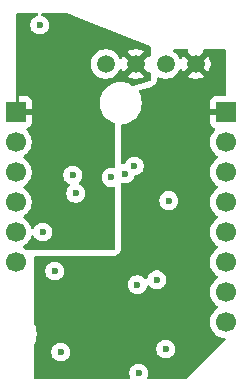
<source format=gbr>
%TF.GenerationSoftware,KiCad,Pcbnew,9.0.3*%
%TF.CreationDate,2025-12-07T20:29:12-06:00*%
%TF.ProjectId,IsolatedADSBoard,49736f6c-6174-4656-9441-4453426f6172,rev?*%
%TF.SameCoordinates,Original*%
%TF.FileFunction,Copper,L3,Inr*%
%TF.FilePolarity,Positive*%
%FSLAX46Y46*%
G04 Gerber Fmt 4.6, Leading zero omitted, Abs format (unit mm)*
G04 Created by KiCad (PCBNEW 9.0.3) date 2025-12-07 20:29:12*
%MOMM*%
%LPD*%
G01*
G04 APERTURE LIST*
%TA.AperFunction,ComponentPad*%
%ADD10C,1.500000*%
%TD*%
%TA.AperFunction,ComponentPad*%
%ADD11R,1.700000X1.700000*%
%TD*%
%TA.AperFunction,ComponentPad*%
%ADD12C,1.700000*%
%TD*%
%TA.AperFunction,ViaPad*%
%ADD13C,0.600000*%
%TD*%
G04 APERTURE END LIST*
D10*
%TO.N,GND*%
%TO.C,U14*%
X134620000Y-48006000D03*
%TO.N,VDD*%
X137160000Y-48006000D03*
%TO.N,Gnd-iso*%
X139700000Y-48006000D03*
%TO.N,5V-iso*%
X142240000Y-48006000D03*
%TD*%
D11*
%TO.N,5V-iso*%
%TO.C,J2*%
X144780000Y-52070000D03*
D12*
%TO.N,Gnd-iso*%
X144780000Y-54610000D03*
%TO.N,/Signal2-ISO*%
X144780000Y-57150000D03*
%TO.N,/Signal1-ISO*%
X144780000Y-59690000D03*
%TO.N,/AIN3*%
X144780000Y-62230000D03*
%TO.N,/AIN2*%
X144780000Y-64770000D03*
%TO.N,/AIN1*%
X144780000Y-67310000D03*
%TO.N,/AIN0*%
X144780000Y-69850000D03*
%TD*%
D11*
%TO.N,VDD*%
%TO.C,J1*%
X127000000Y-52070000D03*
D12*
%TO.N,GND*%
X127000000Y-54610000D03*
%TO.N,SDA*%
X127000000Y-57150000D03*
%TO.N,SCL*%
X127000000Y-59690000D03*
%TO.N,/Signal2-MCU*%
X127000000Y-62230000D03*
%TO.N,/Signal1-MCU*%
X127000000Y-64770000D03*
%TD*%
D13*
%TO.N,Gnd-iso*%
X130810000Y-72390000D03*
X130302000Y-65532000D03*
X139700000Y-72136000D03*
X139954000Y-59563000D03*
X137414000Y-74168000D03*
%TO.N,5V-iso*%
X137922000Y-69850000D03*
X134112000Y-65532000D03*
X140716000Y-61976000D03*
X139954000Y-55753000D03*
%TO.N,GND*%
X129032000Y-44704000D03*
X132080000Y-58949500D03*
X129286000Y-62230000D03*
%TO.N,VDD*%
X133604000Y-60706000D03*
X131931500Y-55753000D03*
X129032000Y-45720000D03*
%TO.N,SCL-5V*%
X136271000Y-57277000D03*
X137299550Y-66687550D03*
%TO.N,SDA-5V*%
X137037000Y-56642000D03*
X138938000Y-66282000D03*
%TO.N,SDA*%
X131826000Y-57404000D03*
%TO.N,SCL*%
X135076499Y-57606499D03*
%TD*%
%TA.AperFunction,Conductor*%
%TO.N,5V-iso*%
G36*
X144723039Y-46755685D02*
G01*
X144768794Y-46808489D01*
X144780000Y-46860000D01*
X144780000Y-50596000D01*
X144760315Y-50663039D01*
X144707511Y-50708794D01*
X144656000Y-50720000D01*
X143882155Y-50720000D01*
X143822627Y-50726401D01*
X143822620Y-50726403D01*
X143687913Y-50776645D01*
X143687906Y-50776649D01*
X143572812Y-50862809D01*
X143572809Y-50862812D01*
X143486649Y-50977906D01*
X143486645Y-50977913D01*
X143436403Y-51112620D01*
X143436401Y-51112627D01*
X143430000Y-51172155D01*
X143430000Y-51820000D01*
X144346988Y-51820000D01*
X144314075Y-51877007D01*
X144280000Y-52004174D01*
X144280000Y-52135826D01*
X144314075Y-52262993D01*
X144346988Y-52320000D01*
X143430000Y-52320000D01*
X143430000Y-52967844D01*
X143436401Y-53027372D01*
X143436403Y-53027379D01*
X143486645Y-53162086D01*
X143486649Y-53162093D01*
X143572809Y-53277187D01*
X143572812Y-53277190D01*
X143687906Y-53363350D01*
X143687913Y-53363354D01*
X143819470Y-53412422D01*
X143875404Y-53454293D01*
X143899821Y-53519758D01*
X143884969Y-53588031D01*
X143863819Y-53616285D01*
X143749889Y-53730215D01*
X143624951Y-53902179D01*
X143528444Y-54091585D01*
X143462753Y-54293760D01*
X143429500Y-54503713D01*
X143429500Y-54716286D01*
X143462753Y-54926239D01*
X143528444Y-55128414D01*
X143624951Y-55317820D01*
X143749890Y-55489786D01*
X143900213Y-55640109D01*
X144072182Y-55765050D01*
X144080946Y-55769516D01*
X144131742Y-55817491D01*
X144148536Y-55885312D01*
X144125998Y-55951447D01*
X144080946Y-55990484D01*
X144072182Y-55994949D01*
X143900213Y-56119890D01*
X143749890Y-56270213D01*
X143624951Y-56442179D01*
X143528444Y-56631585D01*
X143462753Y-56833760D01*
X143429500Y-57043713D01*
X143429500Y-57256286D01*
X143454120Y-57411735D01*
X143462754Y-57466243D01*
X143524470Y-57656185D01*
X143528444Y-57668414D01*
X143624951Y-57857820D01*
X143749890Y-58029786D01*
X143900213Y-58180109D01*
X144072182Y-58305050D01*
X144080946Y-58309516D01*
X144131742Y-58357491D01*
X144148536Y-58425312D01*
X144125998Y-58491447D01*
X144080946Y-58530484D01*
X144072182Y-58534949D01*
X143900213Y-58659890D01*
X143749890Y-58810213D01*
X143624951Y-58982179D01*
X143528444Y-59171585D01*
X143462756Y-59373751D01*
X143462753Y-59373759D01*
X143445268Y-59484158D01*
X143429500Y-59583713D01*
X143429500Y-59796287D01*
X143462754Y-60006243D01*
X143520767Y-60184789D01*
X143528444Y-60208414D01*
X143624951Y-60397820D01*
X143749890Y-60569786D01*
X143900213Y-60720109D01*
X144072182Y-60845050D01*
X144080946Y-60849516D01*
X144131742Y-60897491D01*
X144148536Y-60965312D01*
X144125998Y-61031447D01*
X144080946Y-61070484D01*
X144072182Y-61074949D01*
X143900213Y-61199890D01*
X143749890Y-61350213D01*
X143624951Y-61522179D01*
X143528444Y-61711585D01*
X143462753Y-61913760D01*
X143429500Y-62123713D01*
X143429500Y-62336286D01*
X143462753Y-62546239D01*
X143528444Y-62748414D01*
X143624951Y-62937820D01*
X143749890Y-63109786D01*
X143900213Y-63260109D01*
X144072182Y-63385050D01*
X144080946Y-63389516D01*
X144131742Y-63437491D01*
X144148536Y-63505312D01*
X144125998Y-63571447D01*
X144080946Y-63610484D01*
X144072182Y-63614949D01*
X143900213Y-63739890D01*
X143749890Y-63890213D01*
X143624951Y-64062179D01*
X143528444Y-64251585D01*
X143462753Y-64453760D01*
X143429500Y-64663713D01*
X143429500Y-64876287D01*
X143462754Y-65086243D01*
X143484384Y-65152814D01*
X143528444Y-65288414D01*
X143624951Y-65477820D01*
X143749890Y-65649786D01*
X143900213Y-65800109D01*
X144072182Y-65925050D01*
X144080946Y-65929516D01*
X144131742Y-65977491D01*
X144148536Y-66045312D01*
X144125998Y-66111447D01*
X144080946Y-66150484D01*
X144072182Y-66154949D01*
X143900213Y-66279890D01*
X143749890Y-66430213D01*
X143624951Y-66602179D01*
X143528444Y-66791585D01*
X143462753Y-66993760D01*
X143448698Y-67082500D01*
X143429500Y-67203713D01*
X143429500Y-67416287D01*
X143435994Y-67457287D01*
X143462753Y-67626239D01*
X143528444Y-67828414D01*
X143624951Y-68017820D01*
X143749890Y-68189786D01*
X143900213Y-68340109D01*
X144072182Y-68465050D01*
X144080946Y-68469516D01*
X144131742Y-68517491D01*
X144148536Y-68585312D01*
X144125998Y-68651447D01*
X144080946Y-68690484D01*
X144072182Y-68694949D01*
X143900213Y-68819890D01*
X143749890Y-68970213D01*
X143624951Y-69142179D01*
X143528444Y-69331585D01*
X143462753Y-69533760D01*
X143429500Y-69743713D01*
X143429500Y-69956286D01*
X143456955Y-70129634D01*
X143462754Y-70166243D01*
X143496846Y-70271168D01*
X143528444Y-70368414D01*
X143624951Y-70557820D01*
X143749890Y-70729786D01*
X143900213Y-70880109D01*
X144072179Y-71005048D01*
X144072181Y-71005049D01*
X144072184Y-71005051D01*
X144261588Y-71101557D01*
X144463757Y-71167246D01*
X144673713Y-71200500D01*
X144673716Y-71200500D01*
X144674878Y-71200684D01*
X144738012Y-71230613D01*
X144774944Y-71289924D01*
X144773946Y-71359787D01*
X144743161Y-71410838D01*
X141506819Y-74647181D01*
X141445496Y-74680666D01*
X141419138Y-74683500D01*
X138252507Y-74683500D01*
X138185468Y-74663815D01*
X138139713Y-74611011D01*
X138129769Y-74541853D01*
X138137946Y-74512048D01*
X138183735Y-74401501D01*
X138183737Y-74401497D01*
X138214500Y-74246842D01*
X138214500Y-74089158D01*
X138214500Y-74089155D01*
X138214499Y-74089153D01*
X138183738Y-73934510D01*
X138183737Y-73934503D01*
X138130889Y-73806915D01*
X138123397Y-73788827D01*
X138123390Y-73788814D01*
X138035789Y-73657711D01*
X138035786Y-73657707D01*
X137924292Y-73546213D01*
X137924288Y-73546210D01*
X137793185Y-73458609D01*
X137793172Y-73458602D01*
X137647501Y-73398264D01*
X137647489Y-73398261D01*
X137492845Y-73367500D01*
X137492842Y-73367500D01*
X137335158Y-73367500D01*
X137335155Y-73367500D01*
X137180510Y-73398261D01*
X137180498Y-73398264D01*
X137034827Y-73458602D01*
X137034814Y-73458609D01*
X136903711Y-73546210D01*
X136903707Y-73546213D01*
X136792213Y-73657707D01*
X136792210Y-73657711D01*
X136704609Y-73788814D01*
X136704602Y-73788827D01*
X136644264Y-73934498D01*
X136644261Y-73934510D01*
X136613500Y-74089153D01*
X136613500Y-74246846D01*
X136644261Y-74401489D01*
X136644264Y-74401501D01*
X136690054Y-74512048D01*
X136697523Y-74581517D01*
X136666248Y-74643996D01*
X136606159Y-74679648D01*
X136575493Y-74683500D01*
X128648000Y-74683500D01*
X128580961Y-74663815D01*
X128535206Y-74611011D01*
X128524000Y-74559500D01*
X128524000Y-72311153D01*
X130009500Y-72311153D01*
X130009500Y-72468846D01*
X130040261Y-72623489D01*
X130040264Y-72623501D01*
X130100602Y-72769172D01*
X130100609Y-72769185D01*
X130188210Y-72900288D01*
X130188213Y-72900292D01*
X130299707Y-73011786D01*
X130299711Y-73011789D01*
X130430814Y-73099390D01*
X130430827Y-73099397D01*
X130576498Y-73159735D01*
X130576503Y-73159737D01*
X130698481Y-73184000D01*
X130731153Y-73190499D01*
X130731156Y-73190500D01*
X130731158Y-73190500D01*
X130888844Y-73190500D01*
X130888845Y-73190499D01*
X131043497Y-73159737D01*
X131189179Y-73099394D01*
X131320289Y-73011789D01*
X131431789Y-72900289D01*
X131519394Y-72769179D01*
X131579737Y-72623497D01*
X131610500Y-72468842D01*
X131610500Y-72311158D01*
X131610500Y-72311155D01*
X131610499Y-72311153D01*
X131579738Y-72156510D01*
X131579737Y-72156503D01*
X131538585Y-72057153D01*
X138899500Y-72057153D01*
X138899500Y-72214846D01*
X138930261Y-72369489D01*
X138930264Y-72369501D01*
X138990602Y-72515172D01*
X138990609Y-72515185D01*
X139078210Y-72646288D01*
X139078213Y-72646292D01*
X139189707Y-72757786D01*
X139189711Y-72757789D01*
X139320814Y-72845390D01*
X139320827Y-72845397D01*
X139466498Y-72905735D01*
X139466503Y-72905737D01*
X139621153Y-72936499D01*
X139621156Y-72936500D01*
X139621158Y-72936500D01*
X139778844Y-72936500D01*
X139778845Y-72936499D01*
X139933497Y-72905737D01*
X140079179Y-72845394D01*
X140210289Y-72757789D01*
X140321789Y-72646289D01*
X140409394Y-72515179D01*
X140469737Y-72369497D01*
X140500500Y-72214842D01*
X140500500Y-72057158D01*
X140500500Y-72057155D01*
X140500499Y-72057153D01*
X140491283Y-72010821D01*
X140469737Y-71902503D01*
X140414112Y-71768211D01*
X140409397Y-71756827D01*
X140409390Y-71756814D01*
X140321789Y-71625711D01*
X140321786Y-71625707D01*
X140210292Y-71514213D01*
X140210288Y-71514210D01*
X140079185Y-71426609D01*
X140079172Y-71426602D01*
X139933501Y-71366264D01*
X139933489Y-71366261D01*
X139778845Y-71335500D01*
X139778842Y-71335500D01*
X139621158Y-71335500D01*
X139621155Y-71335500D01*
X139466510Y-71366261D01*
X139466498Y-71366264D01*
X139320827Y-71426602D01*
X139320814Y-71426609D01*
X139189711Y-71514210D01*
X139189707Y-71514213D01*
X139078213Y-71625707D01*
X139078210Y-71625711D01*
X138990609Y-71756814D01*
X138990602Y-71756827D01*
X138930264Y-71902498D01*
X138930261Y-71902510D01*
X138899500Y-72057153D01*
X131538585Y-72057153D01*
X131519397Y-72010826D01*
X131519390Y-72010814D01*
X131431789Y-71879711D01*
X131431786Y-71879707D01*
X131320292Y-71768213D01*
X131320288Y-71768210D01*
X131189185Y-71680609D01*
X131189172Y-71680602D01*
X131043501Y-71620264D01*
X131043489Y-71620261D01*
X130888845Y-71589500D01*
X130888842Y-71589500D01*
X130731158Y-71589500D01*
X130731155Y-71589500D01*
X130576510Y-71620261D01*
X130576498Y-71620264D01*
X130430827Y-71680602D01*
X130430814Y-71680609D01*
X130299711Y-71768210D01*
X130299707Y-71768213D01*
X130188213Y-71879707D01*
X130188210Y-71879711D01*
X130100609Y-72010814D01*
X130100602Y-72010827D01*
X130040264Y-72156498D01*
X130040261Y-72156510D01*
X130009500Y-72311153D01*
X128524000Y-72311153D01*
X128524000Y-71800579D01*
X128540612Y-71738580D01*
X128591320Y-71650752D01*
X128680137Y-71436330D01*
X128740206Y-71212149D01*
X128770500Y-70982045D01*
X128770500Y-70749955D01*
X128740206Y-70519851D01*
X128680137Y-70295670D01*
X128591320Y-70081248D01*
X128540613Y-69993420D01*
X128524000Y-69931420D01*
X128524000Y-66608703D01*
X136499050Y-66608703D01*
X136499050Y-66766396D01*
X136529811Y-66921039D01*
X136529814Y-66921051D01*
X136590152Y-67066722D01*
X136590159Y-67066735D01*
X136677760Y-67197838D01*
X136677763Y-67197842D01*
X136789257Y-67309336D01*
X136789261Y-67309339D01*
X136920364Y-67396940D01*
X136920377Y-67396947D01*
X136967069Y-67416287D01*
X137066053Y-67457287D01*
X137220703Y-67488049D01*
X137220706Y-67488050D01*
X137220708Y-67488050D01*
X137378394Y-67488050D01*
X137378395Y-67488049D01*
X137533047Y-67457287D01*
X137678729Y-67396944D01*
X137809839Y-67309339D01*
X137921339Y-67197839D01*
X138008944Y-67066729D01*
X138069287Y-66921047D01*
X138087265Y-66830661D01*
X138119649Y-66768753D01*
X138180364Y-66734179D01*
X138250134Y-66737918D01*
X138306806Y-66778784D01*
X138311982Y-66785962D01*
X138316206Y-66792283D01*
X138316213Y-66792292D01*
X138427707Y-66903786D01*
X138427711Y-66903789D01*
X138558814Y-66991390D01*
X138558827Y-66991397D01*
X138704498Y-67051735D01*
X138704503Y-67051737D01*
X138859153Y-67082499D01*
X138859156Y-67082500D01*
X138859158Y-67082500D01*
X139016844Y-67082500D01*
X139016845Y-67082499D01*
X139171497Y-67051737D01*
X139317179Y-66991394D01*
X139448289Y-66903789D01*
X139559789Y-66792289D01*
X139647394Y-66661179D01*
X139707737Y-66515497D01*
X139738500Y-66360842D01*
X139738500Y-66203158D01*
X139738500Y-66203155D01*
X139738499Y-66203153D01*
X139733348Y-66177257D01*
X139707737Y-66048503D01*
X139678323Y-65977491D01*
X139647397Y-65902827D01*
X139647390Y-65902814D01*
X139559789Y-65771711D01*
X139559786Y-65771707D01*
X139448292Y-65660213D01*
X139448288Y-65660210D01*
X139317185Y-65572609D01*
X139317172Y-65572602D01*
X139171501Y-65512264D01*
X139171489Y-65512261D01*
X139016845Y-65481500D01*
X139016842Y-65481500D01*
X138859158Y-65481500D01*
X138859155Y-65481500D01*
X138704510Y-65512261D01*
X138704498Y-65512264D01*
X138558827Y-65572602D01*
X138558814Y-65572609D01*
X138427711Y-65660210D01*
X138427707Y-65660213D01*
X138316213Y-65771707D01*
X138316210Y-65771711D01*
X138228609Y-65902814D01*
X138228602Y-65902827D01*
X138168264Y-66048498D01*
X138168261Y-66048508D01*
X138150284Y-66138886D01*
X138117899Y-66200797D01*
X138057183Y-66235371D01*
X137987414Y-66231631D01*
X137930742Y-66190764D01*
X137925565Y-66183585D01*
X137921339Y-66177261D01*
X137921336Y-66177257D01*
X137809842Y-66065763D01*
X137809838Y-66065760D01*
X137678735Y-65978159D01*
X137678722Y-65978152D01*
X137533051Y-65917814D01*
X137533039Y-65917811D01*
X137378395Y-65887050D01*
X137378392Y-65887050D01*
X137220708Y-65887050D01*
X137220705Y-65887050D01*
X137066060Y-65917811D01*
X137066048Y-65917814D01*
X136920377Y-65978152D01*
X136920364Y-65978159D01*
X136789261Y-66065760D01*
X136789257Y-66065763D01*
X136677763Y-66177257D01*
X136677760Y-66177261D01*
X136590159Y-66308364D01*
X136590152Y-66308377D01*
X136529814Y-66454048D01*
X136529811Y-66454060D01*
X136499050Y-66608703D01*
X128524000Y-66608703D01*
X128524000Y-65453153D01*
X129501500Y-65453153D01*
X129501500Y-65610846D01*
X129532261Y-65765489D01*
X129532264Y-65765501D01*
X129592602Y-65911172D01*
X129592609Y-65911185D01*
X129680210Y-66042288D01*
X129680213Y-66042292D01*
X129791707Y-66153786D01*
X129791711Y-66153789D01*
X129922814Y-66241390D01*
X129922827Y-66241397D01*
X130068498Y-66301735D01*
X130068503Y-66301737D01*
X130223153Y-66332499D01*
X130223156Y-66332500D01*
X130223158Y-66332500D01*
X130380844Y-66332500D01*
X130380845Y-66332499D01*
X130535497Y-66301737D01*
X130681179Y-66241394D01*
X130812289Y-66153789D01*
X130923789Y-66042289D01*
X131011394Y-65911179D01*
X131014854Y-65902827D01*
X131069163Y-65771711D01*
X131071737Y-65765497D01*
X131102500Y-65610842D01*
X131102500Y-65453158D01*
X131102500Y-65453155D01*
X131102499Y-65453153D01*
X131071738Y-65298510D01*
X131071737Y-65298503D01*
X131067557Y-65288412D01*
X131011397Y-65152827D01*
X131011390Y-65152814D01*
X130923789Y-65021711D01*
X130923786Y-65021707D01*
X130812292Y-64910213D01*
X130812288Y-64910210D01*
X130681185Y-64822609D01*
X130681172Y-64822602D01*
X130535501Y-64762264D01*
X130535489Y-64762261D01*
X130380845Y-64731500D01*
X130380842Y-64731500D01*
X130223158Y-64731500D01*
X130223155Y-64731500D01*
X130068510Y-64762261D01*
X130068498Y-64762264D01*
X129922827Y-64822602D01*
X129922814Y-64822609D01*
X129791711Y-64910210D01*
X129791707Y-64910213D01*
X129680213Y-65021707D01*
X129680210Y-65021711D01*
X129592609Y-65152814D01*
X129592602Y-65152827D01*
X129532264Y-65298498D01*
X129532261Y-65298510D01*
X129501500Y-65453153D01*
X128524000Y-65453153D01*
X128524000Y-64386000D01*
X128543685Y-64318961D01*
X128596489Y-64273206D01*
X128648000Y-64262000D01*
X135318499Y-64262000D01*
X135318500Y-64262000D01*
X135318500Y-64261999D01*
X135331383Y-64256663D01*
X135362219Y-64248792D01*
X135362169Y-64248480D01*
X135365441Y-64247948D01*
X135365456Y-64247947D01*
X135416967Y-64236741D01*
X135451197Y-64225347D01*
X135519497Y-64202616D01*
X135519501Y-64202613D01*
X135519504Y-64202613D01*
X135640543Y-64124825D01*
X135693347Y-64079070D01*
X135787567Y-63970336D01*
X135847338Y-63839459D01*
X135867023Y-63772420D01*
X135867024Y-63772416D01*
X135871047Y-63744430D01*
X135884519Y-63714929D01*
X135880560Y-63713289D01*
X135890000Y-63690500D01*
X135890000Y-59484153D01*
X139153500Y-59484153D01*
X139153500Y-59641846D01*
X139184261Y-59796489D01*
X139184264Y-59796501D01*
X139244602Y-59942172D01*
X139244609Y-59942185D01*
X139332210Y-60073288D01*
X139332213Y-60073292D01*
X139443707Y-60184786D01*
X139443711Y-60184789D01*
X139574814Y-60272390D01*
X139574827Y-60272397D01*
X139720498Y-60332735D01*
X139720503Y-60332737D01*
X139875153Y-60363499D01*
X139875156Y-60363500D01*
X139875158Y-60363500D01*
X140032844Y-60363500D01*
X140032845Y-60363499D01*
X140187497Y-60332737D01*
X140333179Y-60272394D01*
X140464289Y-60184789D01*
X140575789Y-60073289D01*
X140663394Y-59942179D01*
X140723737Y-59796497D01*
X140754500Y-59641842D01*
X140754500Y-59484158D01*
X140754500Y-59484155D01*
X140754499Y-59484153D01*
X140732540Y-59373759D01*
X140723737Y-59329503D01*
X140689611Y-59247115D01*
X140663397Y-59183827D01*
X140663390Y-59183814D01*
X140575789Y-59052711D01*
X140575786Y-59052707D01*
X140464292Y-58941213D01*
X140464288Y-58941210D01*
X140333185Y-58853609D01*
X140333172Y-58853602D01*
X140187501Y-58793264D01*
X140187489Y-58793261D01*
X140032845Y-58762500D01*
X140032842Y-58762500D01*
X139875158Y-58762500D01*
X139875155Y-58762500D01*
X139720510Y-58793261D01*
X139720498Y-58793264D01*
X139574827Y-58853602D01*
X139574814Y-58853609D01*
X139443711Y-58941210D01*
X139443707Y-58941213D01*
X139332213Y-59052707D01*
X139332210Y-59052711D01*
X139244609Y-59183814D01*
X139244602Y-59183827D01*
X139184264Y-59329498D01*
X139184261Y-59329510D01*
X139153500Y-59484153D01*
X135890000Y-59484153D01*
X135890000Y-58168491D01*
X135909685Y-58101452D01*
X135962489Y-58055697D01*
X136031647Y-58045753D01*
X136038192Y-58046874D01*
X136192155Y-58077500D01*
X136192158Y-58077500D01*
X136349844Y-58077500D01*
X136349845Y-58077499D01*
X136504497Y-58046737D01*
X136650179Y-57986394D01*
X136781289Y-57898789D01*
X136892789Y-57787289D01*
X136980394Y-57656179D01*
X136980395Y-57656176D01*
X136980397Y-57656173D01*
X137039323Y-57513910D01*
X137083163Y-57459506D01*
X137129693Y-57439745D01*
X137158757Y-57433963D01*
X137270497Y-57411737D01*
X137416179Y-57351394D01*
X137547289Y-57263789D01*
X137658789Y-57152289D01*
X137746394Y-57021179D01*
X137806737Y-56875497D01*
X137837500Y-56720842D01*
X137837500Y-56563158D01*
X137837500Y-56563155D01*
X137837499Y-56563153D01*
X137826024Y-56505467D01*
X137806737Y-56408503D01*
X137749454Y-56270208D01*
X137746397Y-56262827D01*
X137746390Y-56262814D01*
X137658789Y-56131711D01*
X137658786Y-56131707D01*
X137547292Y-56020213D01*
X137547288Y-56020210D01*
X137416185Y-55932609D01*
X137416172Y-55932602D01*
X137270501Y-55872264D01*
X137270489Y-55872261D01*
X137115845Y-55841500D01*
X137115842Y-55841500D01*
X136958158Y-55841500D01*
X136958155Y-55841500D01*
X136803510Y-55872261D01*
X136803498Y-55872264D01*
X136657827Y-55932602D01*
X136657814Y-55932609D01*
X136526711Y-56020210D01*
X136526707Y-56020213D01*
X136415213Y-56131707D01*
X136415210Y-56131711D01*
X136327609Y-56262814D01*
X136327604Y-56262823D01*
X136268676Y-56405090D01*
X136263694Y-56411271D01*
X136261869Y-56418997D01*
X136242086Y-56438085D01*
X136224835Y-56459493D01*
X136216021Y-56463236D01*
X136211590Y-56467512D01*
X136178307Y-56479254D01*
X136038192Y-56507125D01*
X135968600Y-56500898D01*
X135913423Y-56458035D01*
X135890178Y-56392145D01*
X135890000Y-56385508D01*
X135890000Y-53202244D01*
X135909685Y-53135205D01*
X135962489Y-53089450D01*
X136002078Y-53079473D01*
X136002020Y-53079030D01*
X136005828Y-53078528D01*
X136005910Y-53078508D01*
X136006028Y-53078500D01*
X136006045Y-53078500D01*
X136236149Y-53048206D01*
X136460330Y-52988137D01*
X136674752Y-52899320D01*
X136875748Y-52783276D01*
X137059877Y-52641989D01*
X137223989Y-52477877D01*
X137365276Y-52293748D01*
X137481320Y-52092752D01*
X137570137Y-51878330D01*
X137630206Y-51654149D01*
X137660500Y-51424045D01*
X137660500Y-51191955D01*
X137630206Y-50961851D01*
X137570137Y-50737670D01*
X137481320Y-50523248D01*
X137481314Y-50523237D01*
X137409435Y-50398737D01*
X137392962Y-50330837D01*
X137415815Y-50264810D01*
X137470736Y-50221620D01*
X137482746Y-50217512D01*
X138153412Y-50025894D01*
X138478930Y-49932890D01*
X138480773Y-49932287D01*
X138514999Y-49921104D01*
X138532445Y-49914669D01*
X138567504Y-49900222D01*
X138688543Y-49822434D01*
X138741347Y-49776679D01*
X138835567Y-49667945D01*
X138895338Y-49537068D01*
X138915023Y-49470029D01*
X138915024Y-49470025D01*
X138935500Y-49327609D01*
X138935500Y-49222286D01*
X138955185Y-49155247D01*
X139007989Y-49109492D01*
X139077147Y-49099548D01*
X139115795Y-49111802D01*
X139219966Y-49164880D01*
X139219964Y-49164880D01*
X139219972Y-49164882D01*
X139219975Y-49164884D01*
X139326153Y-49199383D01*
X139407173Y-49225709D01*
X139601578Y-49256500D01*
X139601583Y-49256500D01*
X139798422Y-49256500D01*
X139992826Y-49225709D01*
X140003361Y-49222286D01*
X140180025Y-49164884D01*
X140355405Y-49075524D01*
X140514646Y-48959828D01*
X140653828Y-48820646D01*
X140769524Y-48661405D01*
X140858884Y-48486025D01*
X140858884Y-48486022D01*
X140859795Y-48484236D01*
X140907769Y-48433440D01*
X140975590Y-48416644D01*
X141041725Y-48439181D01*
X141080765Y-48484235D01*
X141170905Y-48661145D01*
X141196319Y-48696125D01*
X141196320Y-48696125D01*
X141840000Y-48052445D01*
X141840000Y-48058661D01*
X141867259Y-48160394D01*
X141919920Y-48251606D01*
X141994394Y-48326080D01*
X142085606Y-48378741D01*
X142187339Y-48406000D01*
X142193553Y-48406000D01*
X141549873Y-49049677D01*
X141549873Y-49049678D01*
X141584858Y-49075096D01*
X141760164Y-49164418D01*
X141947294Y-49225221D01*
X142141618Y-49256000D01*
X142338382Y-49256000D01*
X142532705Y-49225221D01*
X142719835Y-49164418D01*
X142895143Y-49075095D01*
X142930125Y-49049678D01*
X142930126Y-49049678D01*
X142286448Y-48406000D01*
X142292661Y-48406000D01*
X142394394Y-48378741D01*
X142485606Y-48326080D01*
X142560080Y-48251606D01*
X142612741Y-48160394D01*
X142640000Y-48058661D01*
X142640000Y-48052447D01*
X143283678Y-48696126D01*
X143283678Y-48696125D01*
X143309095Y-48661143D01*
X143398418Y-48485835D01*
X143459221Y-48298705D01*
X143490000Y-48104382D01*
X143490000Y-47907617D01*
X143459221Y-47713294D01*
X143398418Y-47526164D01*
X143309096Y-47350858D01*
X143283678Y-47315873D01*
X143283677Y-47315873D01*
X142640000Y-47959551D01*
X142640000Y-47953339D01*
X142612741Y-47851606D01*
X142560080Y-47760394D01*
X142485606Y-47685920D01*
X142394394Y-47633259D01*
X142292661Y-47606000D01*
X142286447Y-47606000D01*
X142930125Y-46962320D01*
X142930125Y-46962319D01*
X142927372Y-46960319D01*
X142884705Y-46904990D01*
X142878725Y-46835376D01*
X142911330Y-46773581D01*
X142972169Y-46739223D01*
X143000256Y-46736000D01*
X144656000Y-46736000D01*
X144723039Y-46755685D01*
G37*
%TD.AperFunction*%
%TA.AperFunction,Conductor*%
G36*
X141546782Y-46755685D02*
G01*
X141592537Y-46808489D01*
X141602481Y-46877647D01*
X141573456Y-46941203D01*
X141552626Y-46960320D01*
X141549873Y-46962320D01*
X141549872Y-46962320D01*
X142193554Y-47606000D01*
X142187339Y-47606000D01*
X142085606Y-47633259D01*
X141994394Y-47685920D01*
X141919920Y-47760394D01*
X141867259Y-47851606D01*
X141840000Y-47953339D01*
X141840000Y-47959552D01*
X141196320Y-47315872D01*
X141196320Y-47315873D01*
X141170902Y-47350859D01*
X141080765Y-47527764D01*
X141032790Y-47578560D01*
X140964969Y-47595355D01*
X140898835Y-47572818D01*
X140859795Y-47527763D01*
X140769525Y-47350596D01*
X140744296Y-47315872D01*
X140653828Y-47191354D01*
X140514646Y-47052172D01*
X140388219Y-46960317D01*
X140345555Y-46904988D01*
X140339576Y-46835374D01*
X140372182Y-46773579D01*
X140433021Y-46739222D01*
X140461106Y-46736000D01*
X141479743Y-46736000D01*
X141546782Y-46755685D01*
G37*
%TD.AperFunction*%
%TD*%
%TA.AperFunction,Conductor*%
%TO.N,VDD*%
G36*
X128844596Y-43707685D02*
G01*
X128890351Y-43760489D01*
X128900295Y-43829647D01*
X128871270Y-43893203D01*
X128812492Y-43930977D01*
X128801749Y-43933617D01*
X128798508Y-43934261D01*
X128798498Y-43934264D01*
X128652827Y-43994602D01*
X128652814Y-43994609D01*
X128521711Y-44082210D01*
X128521707Y-44082213D01*
X128410213Y-44193707D01*
X128410210Y-44193711D01*
X128322609Y-44324814D01*
X128322602Y-44324827D01*
X128262264Y-44470498D01*
X128262261Y-44470510D01*
X128231500Y-44625153D01*
X128231500Y-44782846D01*
X128262261Y-44937489D01*
X128262264Y-44937501D01*
X128322602Y-45083172D01*
X128322609Y-45083185D01*
X128410210Y-45214288D01*
X128410213Y-45214292D01*
X128521707Y-45325786D01*
X128521711Y-45325789D01*
X128652814Y-45413390D01*
X128652827Y-45413397D01*
X128798498Y-45473735D01*
X128798503Y-45473737D01*
X128953153Y-45504499D01*
X128953156Y-45504500D01*
X128953158Y-45504500D01*
X129110844Y-45504500D01*
X129110845Y-45504499D01*
X129265497Y-45473737D01*
X129411179Y-45413394D01*
X129542289Y-45325789D01*
X129653789Y-45214289D01*
X129741394Y-45083179D01*
X129801737Y-44937497D01*
X129832500Y-44782842D01*
X129832500Y-44625158D01*
X129832500Y-44625155D01*
X129832499Y-44625153D01*
X129801738Y-44470510D01*
X129801737Y-44470503D01*
X129801735Y-44470498D01*
X129741397Y-44324827D01*
X129741390Y-44324814D01*
X129653789Y-44193711D01*
X129653786Y-44193707D01*
X129542292Y-44082213D01*
X129542288Y-44082210D01*
X129411185Y-43994609D01*
X129411172Y-43994602D01*
X129265501Y-43934264D01*
X129265491Y-43934261D01*
X129262251Y-43933617D01*
X129260710Y-43932811D01*
X129259665Y-43932494D01*
X129259725Y-43932295D01*
X129200340Y-43901232D01*
X129165766Y-43840516D01*
X129169506Y-43770747D01*
X129210373Y-43714075D01*
X129275391Y-43688494D01*
X129286443Y-43688000D01*
X131294120Y-43688000D01*
X131340172Y-43696869D01*
X132742548Y-44257819D01*
X138352054Y-46501621D01*
X138406986Y-46544794D01*
X138429858Y-46610815D01*
X138430000Y-46616751D01*
X138430000Y-47245744D01*
X138410315Y-47312783D01*
X138357511Y-47358538D01*
X138288353Y-47368482D01*
X138224797Y-47339457D01*
X138205682Y-47318630D01*
X138203679Y-47315873D01*
X138203677Y-47315873D01*
X137560000Y-47959551D01*
X137560000Y-47953339D01*
X137532741Y-47851606D01*
X137480080Y-47760394D01*
X137405606Y-47685920D01*
X137314394Y-47633259D01*
X137212661Y-47606000D01*
X137206447Y-47606000D01*
X137850125Y-46962320D01*
X137850125Y-46962319D01*
X137815145Y-46936905D01*
X137639835Y-46847581D01*
X137452705Y-46786778D01*
X137258382Y-46756000D01*
X137061618Y-46756000D01*
X136867294Y-46786778D01*
X136680161Y-46847582D01*
X136504863Y-46936899D01*
X136504859Y-46936902D01*
X136469873Y-46962320D01*
X136469872Y-46962320D01*
X137113554Y-47606000D01*
X137107339Y-47606000D01*
X137005606Y-47633259D01*
X136914394Y-47685920D01*
X136839920Y-47760394D01*
X136787259Y-47851606D01*
X136760000Y-47953339D01*
X136760000Y-47959552D01*
X136116320Y-47315872D01*
X136116320Y-47315873D01*
X136090902Y-47350859D01*
X136000765Y-47527764D01*
X135952790Y-47578560D01*
X135884969Y-47595355D01*
X135818835Y-47572818D01*
X135779795Y-47527763D01*
X135689525Y-47350596D01*
X135662052Y-47312783D01*
X135573828Y-47191354D01*
X135434646Y-47052172D01*
X135275405Y-46936476D01*
X135100029Y-46847117D01*
X134912826Y-46786290D01*
X134718422Y-46755500D01*
X134718417Y-46755500D01*
X134521583Y-46755500D01*
X134521578Y-46755500D01*
X134327173Y-46786290D01*
X134139970Y-46847117D01*
X133964594Y-46936476D01*
X133873741Y-47002485D01*
X133805354Y-47052172D01*
X133805352Y-47052174D01*
X133805351Y-47052174D01*
X133666174Y-47191351D01*
X133666174Y-47191352D01*
X133666172Y-47191354D01*
X133626655Y-47245744D01*
X133550476Y-47350594D01*
X133461117Y-47525970D01*
X133400290Y-47713173D01*
X133369500Y-47907577D01*
X133369500Y-48104422D01*
X133400290Y-48298826D01*
X133461117Y-48486029D01*
X133541977Y-48644725D01*
X133550476Y-48661405D01*
X133666172Y-48820646D01*
X133805354Y-48959828D01*
X133964595Y-49075524D01*
X134047455Y-49117743D01*
X134139970Y-49164882D01*
X134139972Y-49164882D01*
X134139975Y-49164884D01*
X134240317Y-49197487D01*
X134327173Y-49225709D01*
X134521578Y-49256500D01*
X134521583Y-49256500D01*
X134718422Y-49256500D01*
X134912826Y-49225709D01*
X134914328Y-49225221D01*
X135100025Y-49164884D01*
X135275405Y-49075524D01*
X135434646Y-48959828D01*
X135573828Y-48820646D01*
X135689524Y-48661405D01*
X135778884Y-48486025D01*
X135778884Y-48486022D01*
X135779795Y-48484236D01*
X135827769Y-48433440D01*
X135895590Y-48416644D01*
X135961725Y-48439181D01*
X136000765Y-48484235D01*
X136090905Y-48661145D01*
X136116319Y-48696125D01*
X136116320Y-48696125D01*
X136760000Y-48052445D01*
X136760000Y-48058661D01*
X136787259Y-48160394D01*
X136839920Y-48251606D01*
X136914394Y-48326080D01*
X137005606Y-48378741D01*
X137107339Y-48406000D01*
X137113553Y-48406000D01*
X136469873Y-49049677D01*
X136469873Y-49049678D01*
X136504858Y-49075096D01*
X136680164Y-49164418D01*
X136867294Y-49225221D01*
X137061618Y-49256000D01*
X137258382Y-49256000D01*
X137452705Y-49225221D01*
X137639835Y-49164418D01*
X137815143Y-49075095D01*
X137850125Y-49049678D01*
X137850126Y-49049678D01*
X137206448Y-48406000D01*
X137212661Y-48406000D01*
X137314394Y-48378741D01*
X137405606Y-48326080D01*
X137480080Y-48251606D01*
X137532741Y-48160394D01*
X137560000Y-48058661D01*
X137560000Y-48052448D01*
X138203678Y-48696126D01*
X138203678Y-48696125D01*
X138205682Y-48693369D01*
X138261013Y-48650704D01*
X138330626Y-48644725D01*
X138392421Y-48677331D01*
X138426778Y-48738170D01*
X138430000Y-48766255D01*
X138430000Y-49327609D01*
X138410315Y-49394648D01*
X138357511Y-49440403D01*
X138340065Y-49446838D01*
X136963935Y-49840017D01*
X136894068Y-49839507D01*
X136867871Y-49828176D01*
X136747698Y-49758795D01*
X136674752Y-49716680D01*
X136460330Y-49627863D01*
X136460331Y-49627863D01*
X136460328Y-49627862D01*
X136318203Y-49589780D01*
X136236149Y-49567794D01*
X136207386Y-49564007D01*
X136006052Y-49537500D01*
X136006045Y-49537500D01*
X135773955Y-49537500D01*
X135773947Y-49537500D01*
X135543851Y-49567794D01*
X135319671Y-49627862D01*
X135105254Y-49716677D01*
X135105237Y-49716685D01*
X134904256Y-49832720D01*
X134904254Y-49832721D01*
X134720124Y-49974009D01*
X134720117Y-49974015D01*
X134556015Y-50138117D01*
X134556009Y-50138124D01*
X134414721Y-50322254D01*
X134414720Y-50322256D01*
X134298685Y-50523237D01*
X134298677Y-50523254D01*
X134209862Y-50737671D01*
X134149794Y-50961851D01*
X134119500Y-51191947D01*
X134119500Y-51424052D01*
X134149794Y-51654148D01*
X134209862Y-51878328D01*
X134298677Y-52092745D01*
X134298685Y-52092762D01*
X134414720Y-52293743D01*
X134414721Y-52293745D01*
X134556009Y-52477875D01*
X134556015Y-52477882D01*
X134720117Y-52641984D01*
X134720124Y-52641990D01*
X134904254Y-52783278D01*
X134904256Y-52783279D01*
X135105237Y-52899314D01*
X135105241Y-52899316D01*
X135105248Y-52899320D01*
X135105253Y-52899322D01*
X135105259Y-52899325D01*
X135184407Y-52932109D01*
X135305453Y-52982248D01*
X135359856Y-53026088D01*
X135381921Y-53092382D01*
X135382000Y-53096808D01*
X135382000Y-56699989D01*
X135362315Y-56767028D01*
X135309511Y-56812783D01*
X135240353Y-56822727D01*
X135233810Y-56821607D01*
X135155341Y-56805999D01*
X134997657Y-56805999D01*
X134997654Y-56805999D01*
X134843009Y-56836760D01*
X134842997Y-56836763D01*
X134697326Y-56897101D01*
X134697313Y-56897108D01*
X134566210Y-56984709D01*
X134566206Y-56984712D01*
X134454712Y-57096206D01*
X134454709Y-57096210D01*
X134367108Y-57227313D01*
X134367101Y-57227326D01*
X134306763Y-57372997D01*
X134306760Y-57373009D01*
X134275999Y-57527652D01*
X134275999Y-57685345D01*
X134306760Y-57839988D01*
X134306763Y-57840000D01*
X134367101Y-57985671D01*
X134367108Y-57985684D01*
X134454709Y-58116787D01*
X134454712Y-58116791D01*
X134566206Y-58228285D01*
X134566210Y-58228288D01*
X134697313Y-58315889D01*
X134697326Y-58315896D01*
X134842997Y-58376234D01*
X134843002Y-58376236D01*
X134997652Y-58406998D01*
X134997655Y-58406999D01*
X134997657Y-58406999D01*
X135155343Y-58406999D01*
X135233808Y-58391391D01*
X135303400Y-58397618D01*
X135358577Y-58440481D01*
X135381822Y-58506370D01*
X135382000Y-58513008D01*
X135382000Y-63630000D01*
X135362315Y-63697039D01*
X135309511Y-63742794D01*
X135258000Y-63754000D01*
X127939495Y-63754000D01*
X127919862Y-63748235D01*
X127899417Y-63747345D01*
X127876728Y-63735569D01*
X127872456Y-63734315D01*
X127867981Y-63731300D01*
X127867258Y-63730789D01*
X127707816Y-63614949D01*
X127691115Y-63606439D01*
X127683835Y-63601300D01*
X127667440Y-63580627D01*
X127648259Y-63562512D01*
X127646072Y-63553683D01*
X127640420Y-63546556D01*
X127637804Y-63520299D01*
X127631463Y-63494692D01*
X127634396Y-63486082D01*
X127633495Y-63477030D01*
X127645489Y-63453528D01*
X127653999Y-63428556D01*
X127661593Y-63421975D01*
X127665257Y-63414797D01*
X127679369Y-63406572D01*
X127699054Y-63389515D01*
X127707816Y-63385051D01*
X127729789Y-63369086D01*
X127879786Y-63260109D01*
X127879788Y-63260106D01*
X127879792Y-63260104D01*
X128030104Y-63109792D01*
X128030106Y-63109788D01*
X128030109Y-63109786D01*
X128153902Y-62939397D01*
X128155051Y-62937816D01*
X128251557Y-62748412D01*
X128315935Y-62550276D01*
X128355370Y-62492605D01*
X128419729Y-62465406D01*
X128488575Y-62477320D01*
X128540051Y-62524564D01*
X128548425Y-62541145D01*
X128576604Y-62609175D01*
X128576609Y-62609185D01*
X128664210Y-62740288D01*
X128664213Y-62740292D01*
X128775707Y-62851786D01*
X128775711Y-62851789D01*
X128906814Y-62939390D01*
X128906827Y-62939397D01*
X129052498Y-62999735D01*
X129052503Y-62999737D01*
X129207153Y-63030499D01*
X129207156Y-63030500D01*
X129207158Y-63030500D01*
X129364844Y-63030500D01*
X129364845Y-63030499D01*
X129519497Y-62999737D01*
X129665179Y-62939394D01*
X129796289Y-62851789D01*
X129907789Y-62740289D01*
X129995394Y-62609179D01*
X130055737Y-62463497D01*
X130086500Y-62308842D01*
X130086500Y-62151158D01*
X130086500Y-62151155D01*
X130086499Y-62151153D01*
X130055738Y-61996510D01*
X130055737Y-61996503D01*
X130026909Y-61926905D01*
X129995397Y-61850827D01*
X129995390Y-61850814D01*
X129907789Y-61719711D01*
X129907786Y-61719707D01*
X129796292Y-61608213D01*
X129796288Y-61608210D01*
X129665185Y-61520609D01*
X129665172Y-61520602D01*
X129519501Y-61460264D01*
X129519489Y-61460261D01*
X129364845Y-61429500D01*
X129364842Y-61429500D01*
X129207158Y-61429500D01*
X129207155Y-61429500D01*
X129052510Y-61460261D01*
X129052498Y-61460264D01*
X128906827Y-61520602D01*
X128906814Y-61520609D01*
X128775711Y-61608210D01*
X128775707Y-61608213D01*
X128664213Y-61719707D01*
X128664210Y-61719711D01*
X128576609Y-61850814D01*
X128576606Y-61850820D01*
X128548425Y-61918855D01*
X128504583Y-61973258D01*
X128438289Y-61995322D01*
X128370590Y-61978042D01*
X128322980Y-61926905D01*
X128315937Y-61909730D01*
X128251557Y-61711588D01*
X128155051Y-61522184D01*
X128155049Y-61522181D01*
X128155048Y-61522179D01*
X128030109Y-61350213D01*
X127879786Y-61199890D01*
X127707820Y-61074951D01*
X127707115Y-61074591D01*
X127699054Y-61070485D01*
X127648259Y-61022512D01*
X127631463Y-60954692D01*
X127653999Y-60888556D01*
X127699054Y-60849515D01*
X127707816Y-60845051D01*
X127729789Y-60829086D01*
X127879786Y-60720109D01*
X127879788Y-60720106D01*
X127879792Y-60720104D01*
X128030104Y-60569792D01*
X128030106Y-60569788D01*
X128030109Y-60569786D01*
X128155048Y-60397820D01*
X128155047Y-60397820D01*
X128155051Y-60397816D01*
X128251557Y-60208412D01*
X128317246Y-60006243D01*
X128350500Y-59796287D01*
X128350500Y-59583713D01*
X128317246Y-59373757D01*
X128251557Y-59171588D01*
X128155051Y-58982184D01*
X128155049Y-58982181D01*
X128155048Y-58982179D01*
X128030109Y-58810213D01*
X127879786Y-58659890D01*
X127707820Y-58534951D01*
X127707115Y-58534591D01*
X127699054Y-58530485D01*
X127648259Y-58482512D01*
X127631463Y-58414692D01*
X127653999Y-58348556D01*
X127699054Y-58309515D01*
X127707816Y-58305051D01*
X127813472Y-58228288D01*
X127879786Y-58180109D01*
X127879788Y-58180106D01*
X127879792Y-58180104D01*
X128030104Y-58029792D01*
X128030106Y-58029788D01*
X128030109Y-58029786D01*
X128155048Y-57857820D01*
X128155047Y-57857820D01*
X128155051Y-57857816D01*
X128251557Y-57668412D01*
X128317246Y-57466243D01*
X128339593Y-57325153D01*
X131025500Y-57325153D01*
X131025500Y-57482846D01*
X131056261Y-57637489D01*
X131056264Y-57637501D01*
X131116602Y-57783172D01*
X131116609Y-57783185D01*
X131204210Y-57914288D01*
X131204213Y-57914292D01*
X131315707Y-58025786D01*
X131315711Y-58025789D01*
X131446814Y-58113390D01*
X131446827Y-58113397D01*
X131513808Y-58141141D01*
X131568212Y-58184981D01*
X131590277Y-58251275D01*
X131572998Y-58318975D01*
X131554038Y-58343383D01*
X131458210Y-58439211D01*
X131370609Y-58570314D01*
X131370602Y-58570327D01*
X131310264Y-58715998D01*
X131310261Y-58716010D01*
X131279500Y-58870653D01*
X131279500Y-59028346D01*
X131310261Y-59182989D01*
X131310264Y-59183001D01*
X131370602Y-59328672D01*
X131370609Y-59328685D01*
X131458210Y-59459788D01*
X131458213Y-59459792D01*
X131569707Y-59571286D01*
X131569711Y-59571289D01*
X131700814Y-59658890D01*
X131700827Y-59658897D01*
X131846498Y-59719235D01*
X131846503Y-59719237D01*
X132001153Y-59749999D01*
X132001156Y-59750000D01*
X132001158Y-59750000D01*
X132158844Y-59750000D01*
X132158845Y-59749999D01*
X132313497Y-59719237D01*
X132459179Y-59658894D01*
X132590289Y-59571289D01*
X132701789Y-59459789D01*
X132789394Y-59328679D01*
X132849737Y-59182997D01*
X132880500Y-59028342D01*
X132880500Y-58870658D01*
X132880500Y-58870655D01*
X132880499Y-58870653D01*
X132849738Y-58716010D01*
X132849737Y-58716003D01*
X132826497Y-58659896D01*
X132789397Y-58570327D01*
X132789390Y-58570314D01*
X132701789Y-58439211D01*
X132701786Y-58439207D01*
X132590292Y-58327713D01*
X132590288Y-58327710D01*
X132459185Y-58240109D01*
X132459175Y-58240104D01*
X132392190Y-58212358D01*
X132337787Y-58168517D01*
X132315722Y-58102223D01*
X132333001Y-58034523D01*
X132351958Y-58010119D01*
X132447789Y-57914289D01*
X132535394Y-57783179D01*
X132595737Y-57637497D01*
X132626500Y-57482842D01*
X132626500Y-57325158D01*
X132626500Y-57325155D01*
X132626499Y-57325153D01*
X132614293Y-57263789D01*
X132595737Y-57170503D01*
X132564964Y-57096210D01*
X132535397Y-57024827D01*
X132535390Y-57024814D01*
X132447789Y-56893711D01*
X132447786Y-56893707D01*
X132336292Y-56782213D01*
X132336288Y-56782210D01*
X132205185Y-56694609D01*
X132205172Y-56694602D01*
X132059501Y-56634264D01*
X132059489Y-56634261D01*
X131904845Y-56603500D01*
X131904842Y-56603500D01*
X131747158Y-56603500D01*
X131747155Y-56603500D01*
X131592510Y-56634261D01*
X131592498Y-56634264D01*
X131446827Y-56694602D01*
X131446814Y-56694609D01*
X131315711Y-56782210D01*
X131315707Y-56782213D01*
X131204213Y-56893707D01*
X131204210Y-56893711D01*
X131116609Y-57024814D01*
X131116602Y-57024827D01*
X131056264Y-57170498D01*
X131056261Y-57170510D01*
X131025500Y-57325153D01*
X128339593Y-57325153D01*
X128350500Y-57256287D01*
X128350500Y-57043713D01*
X128317246Y-56833757D01*
X128251557Y-56631588D01*
X128155051Y-56442184D01*
X128155049Y-56442181D01*
X128155048Y-56442179D01*
X128030109Y-56270213D01*
X127879786Y-56119890D01*
X127707820Y-55994951D01*
X127707115Y-55994591D01*
X127699054Y-55990485D01*
X127648259Y-55942512D01*
X127631463Y-55874692D01*
X127653999Y-55808556D01*
X127699054Y-55769515D01*
X127707816Y-55765051D01*
X127729789Y-55749086D01*
X127879786Y-55640109D01*
X127879788Y-55640106D01*
X127879792Y-55640104D01*
X128030104Y-55489792D01*
X128030106Y-55489788D01*
X128030109Y-55489786D01*
X128155048Y-55317820D01*
X128155047Y-55317820D01*
X128155051Y-55317816D01*
X128251557Y-55128412D01*
X128317246Y-54926243D01*
X128350500Y-54716287D01*
X128350500Y-54503713D01*
X128317246Y-54293757D01*
X128251557Y-54091588D01*
X128155051Y-53902184D01*
X128155049Y-53902181D01*
X128155048Y-53902179D01*
X128030109Y-53730213D01*
X127916181Y-53616285D01*
X127882696Y-53554962D01*
X127887680Y-53485270D01*
X127929552Y-53429337D01*
X127960529Y-53412422D01*
X128092086Y-53363354D01*
X128092093Y-53363350D01*
X128207187Y-53277190D01*
X128207190Y-53277187D01*
X128293350Y-53162093D01*
X128293354Y-53162086D01*
X128343596Y-53027379D01*
X128343598Y-53027372D01*
X128349999Y-52967844D01*
X128350000Y-52967827D01*
X128350000Y-52320000D01*
X127433012Y-52320000D01*
X127465925Y-52262993D01*
X127500000Y-52135826D01*
X127500000Y-52004174D01*
X127465925Y-51877007D01*
X127433012Y-51820000D01*
X128350000Y-51820000D01*
X128350000Y-51172172D01*
X128349999Y-51172155D01*
X128343598Y-51112627D01*
X128343596Y-51112620D01*
X128293354Y-50977913D01*
X128293350Y-50977906D01*
X128207190Y-50862812D01*
X128207187Y-50862809D01*
X128092093Y-50776649D01*
X128092086Y-50776645D01*
X127957379Y-50726403D01*
X127957372Y-50726401D01*
X127897844Y-50720000D01*
X127250000Y-50720000D01*
X127250000Y-51636988D01*
X127192993Y-51604075D01*
X127065826Y-51570000D01*
X127000000Y-51570000D01*
X127000000Y-43812000D01*
X127019685Y-43744961D01*
X127072489Y-43699206D01*
X127124000Y-43688000D01*
X128777557Y-43688000D01*
X128844596Y-43707685D01*
G37*
%TD.AperFunction*%
%TD*%
M02*

</source>
